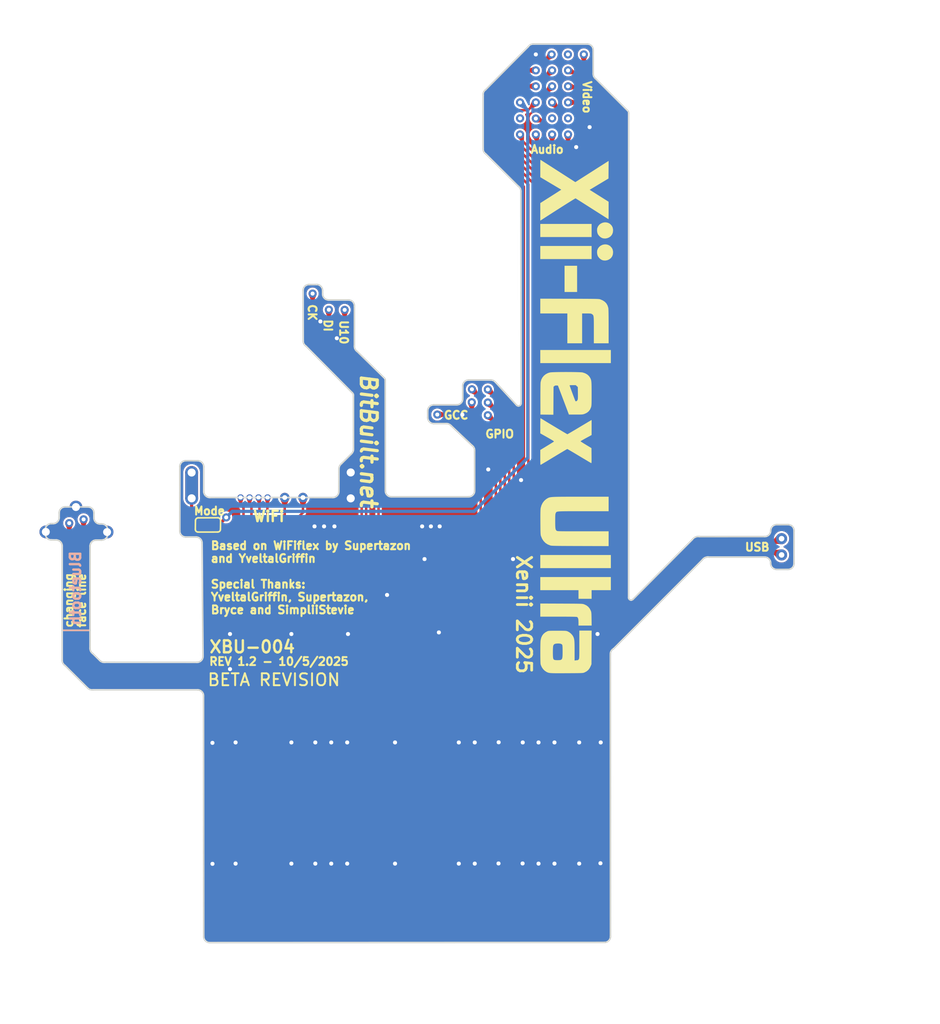
<source format=kicad_pcb>
(kicad_pcb (version 20241229) (generator "pcbnew") (generator_version "9.0")
  (layers (0 "F.Cu" signal) (2 "B.Cu" signal) (13 "F.Paste" user) (15 "B.Paste" user) (5 "F.SilkS" user "F.Silkscreen") (7 "B.SilkS" user "B.Silkscreen") (1 "F.Mask" user) (3 "B.Mask" user) (25 "Edge.Cuts" user))
  (net 0 "")
  (net 1 "Net-(J1-Pin_8)")
  (net 2 "Net-(J1-Pin_7)")
  (net 3 "GND")
  (net 4 "Net-(BT1-Pin_1)")
  (net 5 "Net-(GPIO1-Pin_4)")
  (net 6 "Net-(GCC1-Pin_1)")
  (net 7 "Net-(J1-Pin_12)")
  (net 8 "Net-(J1-Pin_49)")
  (net 9 "Net-(J1-Pin_48)")
  (net 10 "Net-(J1-Pin_15)")
  (net 11 "Net-(J1-Pin_9)")
  (net 12 "Net-(J1-Pin_6)")
  (net 13 "Net-(GPIO1-Pin_1)")
  (net 14 "Net-(J1-Pin_33)")
  (net 15 "Net-(GPIO1-Pin_2)")
  (net 16 "Net-(J1-Pin_13)")
  (net 17 "Net-(GPIO1-Pin_5)")
  (net 18 "Net-(J1-Pin_5)")
  (net 19 "Net-(BT1-Pin_2)")
  (net 20 "Net-(J1-Pin_10)")
  (net 21 "Net-(GPIO1-Pin_3)")
  (net 22 "Net-(J1-Pin_39)")
  (net 23 "Net-(J1-Pin_46)")
  (net 24 "Net-(J1-Pin_38)")
  (net 25 "Net-(J1-Pin_36)")
  (net 26 "Net-(J1-Pin_45)")
  (net 27 "Net-(J1-Pin_41)")
  (net 28 "Net-(J1-Pin_43)")
  (net 29 "Net-(J1-Pin_35)")
  (net 30 "Net-(J1-Pin_30)")
  (net 31 "Net-(J1-Pin_29)")
  (net 32 "Net-(J1-Pin_25)")
  (net 33 "Net-(J1-Pin_27)")
  (net 34 "Net-(J1-Pin_26)")
  (net 35 "Net-(J1-Pin_28)")
  (net 36 "Net-(J1-Pin_31)")
  (net 37 "Net-(JP1-B)")
  (net 38 "+3.3V")
  (footprint "LOGO" (layer "F.Cu") (at 155.184 107.651 -90)
    (property "Reference" "G***" (hide yes))
    (property "Value" "LOGO" (hide yes))
  )
  (footprint "Male-FFC:XF-FFC-50p" (layer "F.Cu") (at 132.29 138.62 180)
    (property "Reference" "J1" (hide yes))
    (property "Value" "Conn_01x50_Pin" (hide yes))
  )
  (footprint "Resistor_SMD:R_0402_1005Metric" (layer "F.Cu") (at 132.075 114.45 180)
    (property "Reference" "JP1" (hide yes))
    (property "Value" "Mode")
  )
  (gr_line (start 122.925 121.072) (end 124.666 121.072) (stroke (width 0.1)) (layer "F.SilkS"))
  (gr_line (start 122.925 121.072) (end 124.666 121.072) (stroke (width 0.1)) (layer "B.SilkS"))
  (gr_arc (start 167.363572 114.815897) (mid 167.476811 114.547851) (end 167.747932 114.442186) (stroke (width 0.1)) (layer "Edge.Cuts"))
  (gr_line (start 125.405 114.396) (end 125.289256 114.395999) (stroke (width 0.1)) (layer "Edge.Cuts"))
  (gr_arc (start 149.326 87.507) (mid 149.355374 87.31829) (end 149.477507 87.171465) (stroke (width 0.1)) (layer "Edge.Cuts"))
  (gr_line (start 147.009211 108.099519) (end 146.22645 108.102296) (stroke (width 0.1)) (layer "Edge.Cuts"))
  (gr_arc (start 138.215082 103.239864) (mid 138.082247 103.089465) (end 138.041566 102.892971) (stroke (width 0.1)) (layer "Edge.Cuts"))
  (gr_line (start 148.619484 109.460107) (end 147.33331 108.246256) (stroke (width 0.1)) (layer "Edge.Cuts"))
  (gr_line (start 143.570731 112.696354) (end 148.410564 112.696) (stroke (width 0.1)) (layer "Edge.Cuts"))
  (gr_arc (start 146.22645 108.100931) (mid 145.962198 107.991472) (end 145.852739 107.72722) (stroke (width 0.1)) (layer "Edge.Cuts"))
  (gr_line (start 123.09822 123.268155) (end 124.530726 124.691801) (stroke (width 0.1)) (layer "Edge.Cuts"))
  (gr_arc (start 147.009211 108.099518) (mid 147.187628 108.136715) (end 147.333289 108.246256) (stroke (width 0.1)) (layer "Edge.Cuts"))
  (gr_line (start 121.869605 114.750711) (end 121.869301 115.022289) (stroke (width 0.1)) (layer "Edge.Cuts"))
  (gr_arc (start 132.183 112.74) (mid 131.913592 112.628408) (end 131.802 112.359) (stroke (width 0.1)) (layer "Edge.Cuts"))
  (gr_line (start 130.678002 115.216) (end 131.326092 115.21564) (stroke (width 0.1)) (layer "Edge.Cuts"))
  (gr_arc (start 167.363572 114.8159) (mid 167.250333 115.083946) (end 166.979212 115.189611) (stroke (width 0.1)) (layer "Edge.Cuts"))
  (gr_arc (start 139.630023 100.351243) (mid 139.362 100.238) (end 139.256312 99.966883) (stroke (width 0.1)) (layer "Edge.Cuts"))
  (gr_line (start 141.197617 109.6985) (end 141.194245 106.358667) (stroke (width 0.1)) (layer "Edge.Cuts"))
  (gr_arc (start 140.282755 110.951) (mid 140.324372 110.76846) (end 140.441 110.622) (stroke (width 0.1)) (layer "Edge.Cuts"))
  (gr_arc (start 148.619484 109.460107) (mid 148.752319 109.610506) (end 148.793 109.807) (stroke (width 0.1)) (layer "Edge.Cuts"))
  (gr_arc (start 125.778711 115.031744) (mid 125.669299 115.296061) (end 125.405 115.405455) (stroke (width 0.1)) (layer "Edge.Cuts"))
  (gr_arc (start 168.823239 116.873954) (mid 168.71 117.142) (end 168.438879 117.247665) (stroke (width 0.1)) (layer "Edge.Cuts"))
  (gr_line (start 166.979212 115.189611) (end 162.895 115.190993) (stroke (width 0.1)) (layer "Edge.Cuts"))
  (gr_arc (start 148.048979 105.74263) (mid 148.162218 105.474584) (end 148.433339 105.368919) (stroke (width 0.1)) (layer "Edge.Cuts"))
  (gr_arc (start 168.440325 114.44152) (mid 168.715833 114.553427) (end 168.8251 114.829994) (stroke (width 0.1)) (layer "Edge.Cuts"))
  (gr_line (start 156.401517 86.499714) (end 158.36294 88.455937) (stroke (width 0.1)) (layer "Edge.Cuts"))
  (gr_line (start 138.041566 102.892971) (end 138.036541 99.758252) (stroke (width 0.1)) (layer "Edge.Cuts"))
  (gr_arc (start 124.542789 113.330851) (mid 124.810812 113.444103) (end 124.9165 113.715211) (stroke (width 0.1)) (layer "Edge.Cuts"))
  (gr_line (start 124.9165 113.715211) (end 124.915545 114.016501) (stroke (width 0.1)) (layer "Edge.Cuts"))
  (gr_line (start 125.778711 114.769711) (end 125.778711 115.031744) (stroke (width 0.1)) (layer "Edge.Cuts"))
  (gr_arc (start 122.737845 114.003289) (mid 122.62839 114.267555) (end 122.364134 114.377) (stroke (width 0.1)) (layer "Edge.Cuts"))
  (gr_line (start 124.845202 122.534155) (end 125.282706 122.96628) (stroke (width 0.1)) (layer "Edge.Cuts"))
  (gr_arc (start 132.175 140.651) (mid 131.912663 140.542337) (end 131.804 140.28) (stroke (width 0.1)) (layer "Edge.Cuts"))
  (gr_line (start 148.79536 112.322289) (end 148.793 109.807) (stroke (width 0.1)) (layer "Edge.Cuts"))
  (gr_line (start 146.225523 106.929069) (end 147.665398 106.927943) (stroke (width 0.1)) (layer "Edge.Cuts"))
  (gr_line (start 145.852186 107.72722) (end 145.851813 107.30278) (stroke (width 0.1)) (layer "Edge.Cuts"))
  (gr_line (start 125.047315 115.407562) (end 125.405 115.409545) (stroke (width 0.1)) (layer "Edge.Cuts"))
  (gr_line (start 158.449224 88.658743) (end 158.446011 119.003113) (stroke (width 0.1)) (layer "Edge.Cuts"))
  (gr_line (start 156.226931 84.687191) (end 156.228 86.153404) (stroke (width 0.1)) (layer "Edge.Cuts"))
  (gr_arc (start 140.877945 100.350647) (mid 141.145996 100.463881) (end 141.251656 100.735007) (stroke (width 0.1)) (layer "Edge.Cuts"))
  (gr_arc (start 141.42441 103.582541) (mid 141.291575 103.432142) (end 141.250894 103.235648) (stroke (width 0.1)) (layer "Edge.Cuts"))
  (gr_arc (start 122.551745 115.399571) (mid 122.816019 115.509008) (end 122.925456 115.773282) (stroke (width 0.1)) (layer "Edge.Cuts"))
  (gr_arc (start 151.706374 106.820594) (mid 151.605 106.987) (end 151.415503 106.941627) (stroke (width 0.1)) (layer "Edge.Cuts"))
  (gr_line (start 122.364134 114.377) (end 122.2433 114.377) (stroke (width 0.1)) (layer "Edge.Cuts"))
  (gr_arc (start 123.098219 123.268155) (mid 122.965384 123.117756) (end 122.924703 122.921262) (stroke (width 0.1)) (layer "Edge.Cuts"))
  (gr_arc (start 143.566 112.69636) (mid 143.297954 112.583121) (end 143.192289 112.312) (stroke (width 0.1)) (layer "Edge.Cuts"))
  (gr_line (start 131.759042 122.702562) (end 131.7 115.600436) (stroke (width 0.1)) (layer "Edge.Cuts"))
  (gr_line (start 124.859679 124.797263) (end 131.418632 124.799027) (stroke (width 0.1)) (layer "Edge.Cuts"))
  (gr_arc (start 130.302504 110.810396) (mid 130.414096 110.540988) (end 130.683504 110.429396) (stroke (width 0.1)) (layer "Edge.Cuts"))
  (gr_line (start 149.477549 87.171465) (end 152.155041 84.470731) (stroke (width 0.1)) (layer "Edge.Cuts"))
  (gr_line (start 168.437996 117.247665) (end 167.746486 117.248331) (stroke (width 0.1)) (layer "Edge.Cuts"))
  (gr_arc (start 167.746486 117.248331) (mid 167.470977 117.136424) (end 167.361711 116.859857) (stroke (width 0.1)) (layer "Edge.Cuts"))
  (gr_arc (start 149.774661 105.367087) (mid 149.953078 105.404284) (end 150.098739 105.513825) (stroke (width 0.1)) (layer "Edge.Cuts"))
  (gr_line (start 139.253692 99.753036) (end 139.256312 99.966883) (stroke (width 0.1)) (layer "Edge.Cuts"))
  (gr_arc (start 122.243011 115.396) (mid 121.97875 115.286546) (end 121.8693 115.022289) (stroke (width 0.1)) (layer "Edge.Cuts"))
  (gr_arc (start 141.108 106.156) (mid 141.178334 106.245757) (end 141.194283 106.358667) (stroke (width 0.1)) (layer "Edge.Cuts"))
  (gr_line (start 150.098739 105.513898) (end 151.415503 106.941677) (stroke (width 0.1)) (layer "Edge.Cuts"))
  (gr_arc (start 131.418632 124.799027) (mid 131.686704 124.91225) (end 131.792343 125.183387) (stroke (width 0.1)) (layer "Edge.Cuts"))
  (gr_line (start 125.611683 123.071738) (end 131.374316 123.076262) (stroke (width 0.1)) (layer "Edge.Cuts"))
  (gr_line (start 122.737841 114.004551) (end 122.7388 113.701989) (stroke (width 0.1)) (layer "Edge.Cuts"))
  (gr_arc (start 131.326289 115.21564) (mid 131.594342 115.328876) (end 131.7 115.6) (stroke (width 0.1)) (layer "Edge.Cuts"))
  (gr_arc (start 156.401516 86.499714) (mid 156.268681 86.349315) (end 156.228 86.152821) (stroke (width 0.1)) (layer "Edge.Cuts"))
  (gr_arc (start 131.420496 110.432604) (mid 131.689904 110.544196) (end 131.801496 110.813604) (stroke (width 0.1)) (layer "Edge.Cuts"))
  (gr_line (start 141.251656 100.736364) (end 141.250894 103.235648) (stroke (width 0.1)) (layer "Edge.Cuts"))
  (gr_line (start 122.551745 115.399572) (end 122.243 115.396) (stroke (width 0.1)) (layer "Edge.Cuts"))
  (gr_arc (start 140.2792 112.361) (mid 140.167608 112.630408) (end 139.8982 112.742) (stroke (width 0.1)) (layer "Edge.Cuts"))
  (gr_arc (start 124.673561 115.781273) (mid 124.783 115.517) (end 125.047272 115.407562) (stroke (width 0.1)) (layer "Edge.Cuts"))
  (gr_arc (start 148.79536 112.322289) (mid 148.682121 112.590335) (end 148.411 112.696) (stroke (width 0.1)) (layer "Edge.Cuts"))
  (gr_arc (start 152.155041 84.470729) (mid 152.310613 84.336107) (end 152.513 84.299179) (stroke (width 0.1)) (layer "Edge.Cuts"))
  (gr_line (start 123.112511 113.328288) (end 124.542789 113.330851) (stroke (width 0.1)) (layer "Edge.Cuts"))
  (gr_line (start 131.802634 110.813604) (end 131.802 112.359) (stroke (width 0.1)) (layer "Edge.Cuts"))
  (gr_line (start 132.175 140.651) (end 156.939 140.641) (stroke (width 0.1)) (layer "Edge.Cuts"))
  (gr_arc (start 131.759042 122.702551) (mid 131.645806 122.970604) (end 131.374682 123.076262) (stroke (width 0.1)) (layer "Edge.Cuts"))
  (gr_line (start 149.326 90.847583) (end 149.326 87.506998) (stroke (width 0.1)) (layer "Edge.Cuts"))
  (gr_line (start 157.31 140.27) (end 157.302001 122.579014) (stroke (width 0.1)) (layer "Edge.Cuts"))
  (gr_arc (start 122.7388 113.701999) (mid 122.848261 113.437765) (end 123.112511 113.328288) (stroke (width 0.1)) (layer "Edge.Cuts"))
  (gr_arc (start 141.197617 109.69846) (mid 141.156 109.881) (end 141.039372 110.02746) (stroke (width 0.1)) (layer "Edge.Cuts"))
  (gr_line (start 131.804 140.28) (end 131.792343 125.183387) (stroke (width 0.1)) (layer "Edge.Cuts"))
  (gr_line (start 162.44656 115.380132) (end 158.731169 119.117717) (stroke (width 0.1)) (layer "Edge.Cuts"))
  (gr_line (start 122.925456 115.773282) (end 122.924703 122.920824) (stroke (width 0.1)) (layer "Edge.Cuts"))
  (gr_arc (start 163.05556 116.662982) (mid 163.252104 116.502795) (end 163.504 116.473852) (stroke (width 0.1)) (layer "Edge.Cuts"))
  (gr_arc (start 121.869604 114.750711) (mid 121.979055 114.486448) (end 122.243315 114.377) (stroke (width 0.1)) (layer "Edge.Cuts"))
  (gr_line (start 140.44099 110.622) (end 141.039372 110.027495) (stroke (width 0.1)) (layer "Edge.Cuts"))
  (gr_arc (start 148.049758 106.554232) (mid 147.936519 106.822278) (end 147.665398 106.927943) (stroke (width 0.1)) (layer "Edge.Cuts"))
  (gr_arc (start 157.31 140.27) (mid 157.201337 140.532337) (end 156.939 140.641) (stroke (width 0.1)) (layer "Edge.Cuts"))
  (gr_arc (start 130.678002 115.216) (mid 130.409954 115.102762) (end 130.304291 114.83164) (stroke (width 0.1)) (layer "Edge.Cuts"))
  (gr_line (start 130.306921 110.810396) (end 130.304307 114.829449) (stroke (width 0.1)) (layer "Edge.Cuts"))
  (gr_arc (start 166.988 116.472999) (mid 167.256046 116.586238) (end 167.361711 116.857359) (stroke (width 0.1)) (layer "Edge.Cuts"))
  (gr_line (start 151.706374 106.820594) (end 151.694 93.549417) (stroke (width 0.1)) (layer "Edge.Cuts"))
  (gr_line (start 163.05556 116.662984) (end 157.508265 122.21544) (stroke (width 0.1)) (layer "Edge.Cuts"))
  (gr_arc (start 151.520484 93.203107) (mid 151.653319 93.353506) (end 151.694 93.55) (stroke (width 0.1)) (layer "Edge.Cuts"))
  (gr_line (start 148.433339 105.368913) (end 149.774661 105.367087) (stroke (width 0.1)) (layer "Edge.Cuts"))
  (gr_line (start 139.6301 100.351243) (end 140.877945 100.350647) (stroke (width 0.1)) (layer "Edge.Cuts"))
  (gr_line (start 152.513 84.299179) (end 155.853289 84.29964) (stroke (width 0.1)) (layer "Edge.Cuts"))
  (gr_line (start 140.282755 110.951) (end 140.2792 112.361) (stroke (width 0.1)) (layer "Edge.Cuts"))
  (gr_arc (start 157.302 122.579) (mid 157.353993 122.368223) (end 157.508225 122.21544) (stroke (width 0.1)) (layer "Edge.Cuts"))
  (gr_line (start 132.183 112.74) (end 139.8982 112.742) (stroke (width 0.1)) (layer "Edge.Cuts"))
  (gr_arc (start 124.859685 124.797263) (mid 124.682824 124.783155) (end 124.530726 124.691805) (stroke (width 0.1)) (layer "Edge.Cuts"))
  (gr_line (start 141.424411 103.582541) (end 143.097953 105.219243) (stroke (width 0.1)) (layer "Edge.Cuts"))
  (gr_line (start 148.049758 106.554194) (end 148.050263 105.74263) (stroke (width 0.1)) (layer "Edge.Cuts"))
  (gr_arc (start 124.8452 122.534155) (mid 124.712365 122.383756) (end 124.671684 122.187262) (stroke (width 0.1)) (layer "Edge.Cuts"))
  (gr_arc (start 138.036541 99.758252) (mid 138.146 99.494) (end 138.410252 99.384541) (stroke (width 0.1)) (layer "Edge.Cuts"))
  (gr_arc (start 125.611684 123.071738) (mid 125.434823 123.05763) (end 125.282725 122.96628) (stroke (width 0.1)) (layer "Edge.Cuts"))
  (gr_line (start 151.520482 93.203107) (end 149.499518 91.193893) (stroke (width 0.1)) (layer "Edge.Cuts"))
  (gr_line (start 131.420496 110.432604) (end 130.683504 110.429396) (stroke (width 0.1)) (layer "Edge.Cuts"))
  (gr_line (start 138.410252 99.386893) (end 138.879981 99.383808) (stroke (width 0.1)) (layer "Edge.Cuts"))
  (gr_arc (start 138.879981 99.381696) (mid 139.144262 99.491126) (end 139.253692 99.755407) (stroke (width 0.1)) (layer "Edge.Cuts"))
  (gr_arc (start 145.851812 107.30278) (mid 145.961242 107.038499) (end 146.225523 106.929069) (stroke (width 0.1)) (layer "Edge.Cuts"))
  (gr_line (start 168.8251 114.831843) (end 168.823239 116.873987) (stroke (width 0.1)) (layer "Edge.Cuts"))
  (gr_arc (start 162.44656 115.38013) (mid 162.643104 115.219943) (end 162.895 115.191) (stroke (width 0.1)) (layer "Edge.Cuts"))
  (gr_arc (start 125.405 114.396) (mid 125.669236 114.505464) (end 125.778711 114.769711) (stroke (width 0.1)) (layer "Edge.Cuts"))
  (gr_line (start 167.74841 114.442186) (end 168.440325 114.441521) (stroke (width 0.1)) (layer "Edge.Cuts"))
  (gr_arc (start 158.729225 119.117717) (mid 158.547206 119.164278) (end 158.446 119.006) (stroke (width 0.1)) (layer "Edge.Cuts"))
  (gr_arc (start 155.853289 84.29964) (mid 156.121342 84.412876) (end 156.227 84.684) (stroke (width 0.1)) (layer "Edge.Cuts"))
  (gr_line (start 143.184266 105.42191) (end 143.192289 112.312) (stroke (width 0.1)) (layer "Edge.Cuts"))
  (gr_arc (start 158.362941 88.455937) (mid 158.433277 88.545695) (end 158.449224 88.658604) (stroke (width 0.1)) (layer "Edge.Cuts"))
  (gr_arc (start 143.097955 105.219243) (mid 143.168289 105.309) (end 143.184238 105.42191) (stroke (width 0.1)) (layer "Edge.Cuts"))
  (gr_arc (start 125.289256 114.396) (mid 125.025529 114.28712) (end 124.915545 114.023869) (stroke (width 0.1)) (layer "Edge.Cuts"))
  (gr_arc (start 149.499516 91.193893) (mid 149.366681 91.043494) (end 149.326 90.847) (stroke (width 0.1)) (layer "Edge.Cuts"))
  (gr_line (start 166.988 116.473) (end 163.504 116.473866) (stroke (width 0.1)) (layer "Edge.Cuts"))
  (gr_line (start 141.108 106.156) (end 138.215083 103.239864) (stroke (width 0.1)) (layer "Edge.Cuts"))
  (gr_line (start 124.673561 115.781273) (end 124.671684 122.186966) (stroke (width 0.1)) (layer "Edge.Cuts"))
  (gr_text "WiFi" (at 134.826 114.305 0) (layer "F.SilkS") (effects (font (size 0.65 0.65) (thickness 0.15) (bold yes)) (justify left bottom)))
  (gr_text "GPIO" (at 149.4 109.05 0) (layer "F.SilkS") (effects (font (size 0.5 0.5) (thickness 0.125) (bold yes)) (justify left bottom)))
  (gr_text "DI" (at 139.3 101.506 -90) (layer "F.SilkS") (effects (font (size 0.5 0.5) (thickness 0.125) (bold yes)) (justify left bottom)))
  (gr_text "Xenii 2025" (at 151.35 116.25 -90) (layer "F.SilkS") (effects (font (size 0.9 0.9) (thickness 0.175) (bold yes)) (justify left bottom)))
  (gr_text "Video" (at 155.55 86.55 -90) (layer "F.SilkS") (effects (font (size 0.5 0.5) (thickness 0.125) (bold yes)) (justify left bottom)))
  (gr_text "GCC" (at 146.799 107.869 0) (layer "F.SilkS") (effects (font (size 0.5 0.5) (thickness 0.125) (bold yes)) (justify left bottom)))
  (gr_text "REV 1.2 - 10/5/2025" (at 132.085 123.314 0) (layer "F.SilkS") (effects (font (size 0.5 0.5) (thickness 0.12) (bold yes)) (justify left bottom)))
  (gr_text "changing \nface line" (at 124.44 120.954 90) (layer "F.SilkS") (effects (font (size 0.5 0.5) (thickness 0.125) (bold yes)) (justify left bottom)))
  (gr_text "CK" (at 138.313 100.554 -90) (layer "F.SilkS") (effects (font (size 0.5 0.5) (thickness 0.125) (bold yes)) (justify left bottom)))
  (gr_text "XBU-004" (at 132.085 122.545 0) (layer "F.SilkS") (effects (font (size 0.75 0.75) (thickness 0.15) (bold yes)) (justify left bottom)))
  (gr_text "Based on WiFiflex by Supertazon\nand YveltalGriffin\n\nSpecial Thanks:\nYveltalGriffin, Supertazon,\nBryce and SimpliiStevie" (at 132.185 120.075 0) (layer "F.SilkS") (effects (font (size 0.5 0.5) (thickness 0.125) (bold yes)) (justify left bottom)))
  (gr_text "U10" (at 140.29 101.556 -90) (layer "F.SilkS") (effects (font (size 0.5 0.5) (thickness 0.125) (bold yes)) (justify left bottom)))
  (gr_text "USB" (at 165.683 116.146 0) (layer "F.SilkS") (effects (font (size 0.5 0.5) (thickness 0.125) (bold yes)) (justify left bottom)))
  (gr_text "Audio" (at 152.25 91.2 0) (layer "F.SilkS") (effects (font (size 0.5 0.5) (thickness 0.125) (bold yes)) (justify left bottom)))
  (gr_text "BitBuilt.net" (at 141.553 104.884 270) (layer "F.SilkS") (effects (font (size 1 1) (thickness 0.2) (bold yes) (italic yes)) (justify left bottom)))
  (gr_text "Mode" (at 131.125 113.875 0) (layer "F.SilkS") (effects (font (size 0.5 0.5) (thickness 0.125) (bold yes)) (justify left bottom)))
  (gr_text "BETA REVISION" (at 131.98 124.61 0) (layer "F.SilkS") (effects (font (size 0.75 0.75) (thickness 0.12)) (justify left bottom)))
  (gr_text "Bluetooth" (at 124.142 116.015 90) (layer "B.SilkS") (effects (font (size 0.65 0.65) (thickness 0.15) (bold yes)) (justify left bottom mirror)))
  (segment (start 153.651 88.958) (end 153.651 89.076) (width 0.1524) (layer "F.Cu") (net 0))
  (via (at 154.651 88.958) (size 0.508) (drill 0.254253) (layers "F.Cu" "B.Cu") (net 0))
  (via (at 154.64329 84.94871) (size 0.508) (drill 0.254253) (layers "F.Cu" "B.Cu") (net 0))
  (via (at 151.641 88.958) (size 0.508) (drill 0.254253) (layers "F.Cu" "B.Cu") (net 0))
  (via (at 153.651 88.958) (size 0.508) (drill 0.254253) (layers "F.Cu" "B.Cu") (net 0))
  (segment (start 135.796 140) (end 135.796 112.748) (width 0.1524) (layer "F.Cu") (net 1))
  (segment (start 135.796 112.748) (end 135.806 112.738) (width 0.1524) (layer "F.Cu") (net 1))
  (via (at 135.806 112.738) (size 0.4) (drill 0.254253) (layers "F.Cu" "B.Cu") (net 1))
  (segment (start 135.296 140) (end 135.296 112.796) (width 0.1524) (layer "F.Cu") (net 2))
  (segment (start 135.296 112.796) (end 135.238 112.738) (width 0.1524) (layer "F.Cu") (net 2))
  (segment (start 135.272 138.976) (end 135.296 139) (width 0.1524) (layer "F.Cu") (net 2))
  (via (at 135.238 112.738) (size 0.4) (drill 0.254253) (layers "F.Cu" "B.Cu") (net 2))
  (segment (start 156.3676 89.8746) (end 156.003 89.51) (width 0.1524) (layer "F.Cu") (net 3))
  (segment (start 154.1918 87.139793) (end 154.460207 87.4082) (width 0.1524) (layer "F.Cu") (net 3))
  (segment (start 154.6852 92.07697) (end 154.6852 117.501886) (width 0.1524) (layer "F.Cu") (net 3))
  (segment (start 152.440207 89.511761) (end 152.819793 89.511761) (width 0.1524) (layer "F.Cu") (net 3))
  (segment (start 152.796 122.563454) (end 152.796 140) (width 0.1524) (layer "F.Cu") (net 3))
  (segment (start 154.460207 86.4918) (end 154.1918 86.760207) (width 0.1524) (layer "F.Cu") (net 3))
  (segment (start 155.5264 91.1274) (end 155.5264 117.850324) (width 0.1524) (layer "F.Cu") (net 3))
  (segment (start 154.1236 92.308462) (end 152.1718 90.356662) (width 0.1524) (layer "F.Cu") (net 3))
  (segment (start 147.796 123.585454) (end 154.1236 117.257854) (width 0.1524) (layer "F.Cu") (net 3))
  (segment (start 152.1718 90.356662) (end 152.1718 89.780168) (width 0.1524) (layer "F.Cu") (net 3))
  (segment (start 156.3676 118.198762) (end 151.796 122.770362) (width 0.1524) (layer "F.Cu") (net 3))
  (segment (start 155.162 90.763) (end 155.5264 91.1274) (width 0.1524) (layer "F.Cu") (net 3))
  (segment (start 155.5264 117.850324) (end 150.296 123.080724) (width 0.1524) (layer "F.Cu") (net 3))
  (segment (start 153.0882 89.780168) (end 153.0882 90.47997) (width 0.1524) (layer "F.Cu") (net 3))
  (segment (start 152.1718 89.780168) (end 152.440207 89.511761) (width 0.1524) (layer "F.Cu") (net 3))
  (segment (start 151.796 139.14) (end 151.796 122.770362) (width 0.1524) (layer "F.Cu") (net 3))
  (segment (start 153.796 122.358908) (end 157.4892 118.665708) (width 0.1524) (layer "F.Cu") (net 3))
  (segment (start 156.9284 118.431054) (end 152.796 122.563454) (width 0.1524) (layer "F.Cu") (net 3))
  (segment (start 154.1236 117.257854) (end 154.1236 92.308462) (width 0.1524) (layer "F.Cu") (net 3))
  (segment (start 147.796 140) (end 147.796 123.585454) (width 0.1524) (layer "F.Cu") (net 3))
  (segment (start 154.6852 117.501886) (end 148.796 123.391086) (width 0.1524) (layer "F.Cu") (net 3))
  (segment (start 153.0882 90.47997) (end 154.6852 92.07697) (width 0.1524) (layer "F.Cu") (net 3))
  (segment (start 150.296 123.080724) (end 150.296 140) (width 0.1524) (layer "F.Cu") (net 3))
  (segment (start 141.02 111.1676) (end 141.02 112.7932) (width 0.8) (layer "F.Cu") (net 3))
  (segment (start 155.148454 87.408) (end 156.9284 89.187946) (width 0.1524) (layer "F.Cu") (net 3))
  (segment (start 154.1918 86.760207) (end 154.1918 87.139793) (width 0.1524) (layer "F.Cu") (net 3))
  (segment (start 157.4892 118.665708) (end 157.4892 88.955655) (width 0.1524) (layer "F.Cu") (net 3))
  (segment (start 156.3676 89.8746) (end 156.3676 118.198762) (width 0.1524) (layer "F.Cu") (net 3))
  (segment (start 148.796 123.391086) (end 148.796 140) (width 0.1524) (layer "F.Cu") (net 3))
  (segment (start 153.796 140) (end 153.796 122.358908) (width 0.1524) (layer "F.Cu") (net 3))
  (segment (start 154.777 87.408) (end 155.148454 87.408) (width 0.1524) (layer "F.Cu") (net 3))
  (segment (start 152.819793 89.511761) (end 153.0882 89.780168) (width 0.1524) (layer "F.Cu") (net 3))
  (segment (start 155.025345 86.4918) (end 154.460207 86.4918) (width 0.1524) (layer "F.Cu") (net 3))
  (segment (start 154.460207 87.4082) (end 154.7768 87.4082) (width 0.1524) (layer "F.Cu") (net 3))
  (segment (start 157.4892 88.955655) (end 155.025345 86.4918) (width 0.1524) (layer "F.Cu") (net 3))
  (segment (start 156.9284 89.187946) (end 156.9284 118.431054) (width 0.1524) (layer "F.Cu") (net 3))
  (via (at 152.63 84.949961) (size 0.508) (drill 0.254253) (layers "F.Cu" "B.Cu") (net 3))
  (via (at 147.8 128.1) (size 0.508) (drill 0.254253) (layers "F.Cu" "B.Cu") (net 3))
  (via (at 121.897962 114.893932) (size 0.8) (drill 0.5) (layers "F.Cu" "B.Cu") (net 3))
  (via (at 143.8 128.1) (size 0.508) (drill 0.254253) (layers "F.Cu" "B.Cu") (net 3))
  (via (at 133.45 123.5) (size 0.508) (drill 0.254253) (layers "F.Cu" "B.Cu") (net 3))
  (via (at 156.7 128.1) (size 0.508) (drill 0.254253) (layers "F.Cu" "B.Cu") (net 3))
  (via (at 153.8 128.1) (size 0.508) (drill 0.254253) (layers "F.Cu" "B.Cu") (net 3))
  (via (at 140.8 135.7) (size 0.508) (drill 0.254253) (layers "F.Cu" "B.Cu") (net 3))
  (via (at 148.8 135.7) (size 0.508) (drill 0.254253) (layers "F.Cu" "B.Cu") (net 3))
  (via (at 146.55 121.2) (size 0.508) (drill 0.254253) (layers "F.Cu" "B.Cu") (net 3))
  (via (at 149.646 110.979) (size 0.508) (drill 0.254253) (layers "F.Cu" "B.Cu") (net 3))
  (via (at 123.787015 113.336012) (size 0.8) (drill 0.5) (layers "F.Cu" "B.Cu") (net 3))
  (via (at 146.05 114.55) (size 0.508) (drill 0.254253) (layers "F.Cu" "B.Cu") (net 3))
  (via (at 133.8 135.7) (size 0.508) (drill 0.254253) (layers "F.Cu" "B.Cu") (net 3))
  (via (at 137.3 135.7) (size 0.508) (drill 0.254253) (layers "F.Cu" "B.Cu") (net 3))
  (via (at 146.6 114.55) (size 0.508) (drill 0.254253) (layers "F.Cu" "B.Cu") (net 3))
  (via (at 152.8 135.7) (size 0.508) (drill 0.254253) (layers "F.Cu" "B.Cu") (net 3))
  (via (at 133.8 128.1) (size 0.508) (drill 0.254253) (layers "F.Cu" "B.Cu") (net 3))
  (via (at 156.003 89.51) (size 0.508) (drill 0.254253) (layers "F.Cu" "B.Cu") (net 3))
  (via (at 152.8 128.1) (size 0.508) (drill 0.254253) (layers "F.Cu" "B.Cu") (net 3))
  (via (at 125.742 114.905) (size 0.8) (drill 0.5) (layers "F.Cu" "B.Cu") (net 3))
  (via (at 155.162 90.763) (size 0.508) (drill 0.254253) (layers "F.Cu" "B.Cu") (net 3))
  (via (at 137.3 128.1) (size 0.508) (drill 0.254253) (layers "F.Cu" "B.Cu") (net 3))
  (via (at 141.0208 111.1672) (size 0.8) (drill 0.508) (layers "F.Cu" "B.Cu") (net 3))
  (via (at 150.3 128.09) (size 0.508) (drill 0.254253) (layers "F.Cu" "B.Cu") (net 3))
  (via (at 138.75 114.55) (size 0.508) (drill 0.254253) (layers "F.Cu" "B.Cu") (net 3))
  (via (at 148.8 128.1) (size 0.508) (drill 0.254253) (layers "F.Cu" "B.Cu") (net 3))
  (via (at 141.0208 112.7928) (size 0.8) (drill 0.508) (layers "F.Cu" "B.Cu") (net 3))
  (via (at 139.8 128.1) (size 0.508) (drill 0.254253) (layers "F.Cu" "B.Cu") (net 3))
  (via (at 151.8 135.69) (size 0.508) (drill 0.254253) (layers "F.Cu" "B.Cu") (net 3))
  (via (at 140 114.55) (size 0.508) (drill 0.254253) (layers "F.Cu" "B.Cu") (net 3))
  (via (at 151.2 116.6) (size 0.508) (drill 0.254253) (layers "F.Cu" "B.Cu") (net 3))
  (via (at 147.8 135.7) (size 0.508) (drill 0.254253) (layers "F.Cu" "B.Cu") (net 3))
  (via (at 132.351 135.714) (size 0.508) (drill 0.254253) (layers "F.Cu" "B.Cu") (net 3))
  (via (at 139.35 114.55) (size 0.508) (drill 0.254253) (layers "F.Cu" "B.Cu") (net 3))
  (via (at 145.5 114.55) (size 0.508) (drill 0.254253) (layers "F.Cu" "B.Cu") (net 3))
  (via (at 139.119 101.696) (size 0.508) (drill 0.254253) (layers "F.Cu" "B.Cu") (net 3))
  (via (at 143.8 135.7) (size 0.508) (drill 0.254253) (layers "F.Cu" "B.Cu") (net 3))
  (via (at 145.65 116.6) (size 0.508) (drill 0.254253) (layers "F.Cu" "B.Cu") (net 3))
  (via (at 137.3 121.3) (size 0.508) (drill 0.254253) (layers "F.Cu" "B.Cu") (net 3))
  (via (at 138.8 128.1) (size 0.508) (drill 0.254253) (layers "F.Cu" "B.Cu") (net 3))
  (via (at 148.023 107.544) (size 0.508) (drill 0.254253) (layers "F.Cu" "B.Cu") (net 3))
  (via (at 140.8 128.1) (size 0.508) (drill 0.254253) (layers "F.Cu" "B.Cu") (net 3))
  (via (at 133.45 121.3) (size 0.508) (drill 0.254253) (layers "F.Cu" "B.Cu") (net 3))
  (via (at 155.35 128.1) (size 0.508) (drill 0.254253) (layers "F.Cu" "B.Cu") (net 3))
  (via (at 155.35 135.7) (size 0.508) (drill 0.254253) (layers "F.Cu" "B.Cu") (net 3))
  (via (at 140.15 102.75) (size 0.508) (drill 0.254253) (layers "F.Cu" "B.Cu") (net 3))
  (via (at 143.3 118.85) (size 0.508) (drill 0.254253) (layers "F.Cu" "B.Cu") (net 3))
  (via (at 150.29 135.69) (size 0.508) (drill 0.254253) (layers "F.Cu" "B.Cu") (net 3))
  (via (at 151.81 128.1) (size 0.508) (drill 0.254253) (layers "F.Cu" "B.Cu") (net 3))
  (via (at 156.683 135.677) (size 0.508) (drill 0.254253) (layers "F.Cu" "B.Cu") (net 3))
  (via (at 156.5 121.3) (size 0.508) (drill 0.254253) (layers "F.Cu" "B.Cu") (net 3))
  (via (at 140.85 121.3) (size 0.508) (drill 0.254253) (layers "F.Cu" "B.Cu") (net 3))
  (via (at 151.7036 111.646) (size 0.508) (drill 0.254253) (layers "F.Cu" "B.Cu") (net 3))
  (via (at 138.8 135.7) (size 0.508) (drill 0.254253) (layers "F.Cu" "B.Cu") (net 3))
  (via (at 153.8 135.7) (size 0.508) (drill 0.254253) (layers "F.Cu" "B.Cu") (net 3))
  (via (at 139.8 135.7) (size 0.508) (drill 0.254253) (layers "F.Cu" "B.Cu") (net 3))
  (via (at 132.349 128.126) (size 0.508) (drill 0.254253) (layers "F.Cu" "B.Cu") (net 3))
  (segment (start 141.02 111.1676) (end 141.02 112.7932) (width 0.8) (layer "B.Cu") (net 3))
  (segment (start 132.796 135.994) (end 132.914 135.876) (width 0.1524) (layer "F.Cu") (net 4))
  (segment (start 132.914 135.876) (end 132.914 124.936546) (width 0.1524) (layer "F.Cu") (net 4))
  (segment (start 125.008108 124.0624) (end 123.656 122.710291) (width 0.1524) (layer "F.Cu") (net 4))
  (segment (start 123.367015 114.989012) (end 123.367015 114.345012) (width 0.1524) (layer "F.Cu") (net 4))
  (segment (start 123.656 115.277997) (end 123.367015 114.989012) (width 0.1524) (layer "F.Cu") (net 4))
  (segment (start 123.656 122.710291) (end 123.656 115.277997) (width 0.1524) (layer "F.Cu") (net 4))
  (segment (start 132.914 124.936546) (end 132.039854 124.0624) (width 0.1524) (layer "F.Cu") (net 4))
  (segment (start 132.796 139) (end 132.796 135.994) (width 0.1524) (layer "F.Cu") (net 4))
  (segment (start 132.039854 124.0624) (end 125.008108 124.0624) (width 0.1524) (layer "F.Cu") (net 4))
  (via (at 123.367015 114.345012) (size 0.508) (drill 0.254253) (layers "F.Cu" "B.Cu") (net 4))
  (segment (start 150.9636 108.1236) (end 149.62 106.78) (width 0.1524) (layer "F.Cu") (net 5))
  (segment (start 150.9636 115.515852) (end 150.9636 108.1236) (width 0.1524) (layer "F.Cu") (net 5))
  (segment (start 142.796 140) (end 142.796 123.683454) (width 0.1524) (layer "F.Cu") (net 5))
  (segment (start 142.796 123.683454) (end 150.9636 115.515852) (width 0.1524) (layer "F.Cu") (net 5))
  (via (at 149.62 106.78) (size 0.508) (drill 0.254253) (layers "F.Cu" "B.Cu") (net 5))
  (segment (start 149.172707 109.441436) (end 149.003013 109.271742) (width 0.1524) (layer "F.Cu") (net 6))
  (segment (start 140.296 140) (end 140.296 123.807) (width 0.1524) (layer "F.Cu") (net 6))
  (segment (start 147.2122 107.5372) (end 146.4502 107.5372) (width 0.1524) (layer "F.Cu") (net 6))
  (segment (start 149.003013 109.271742) (end 148.829411 109.13957) (width 0.1524) (layer "F.Cu") (net 6))
  (segment (start 148.565471 108.890471) (end 147.2122 107.5372) (width 0.1524) (layer "F.Cu") (net 6))
  (segment (start 149.172707 114.930293) (end 149.172707 109.441436) (width 0.1524) (layer "F.Cu") (net 6))
  (segment (start 148.829411 109.13957) (end 148.565471 108.890471) (width 0.1524) (layer "F.Cu") (net 6))
  (segment (start 140.296 123.807) (end 149.172707 114.930293) (width 0.1524) (layer "F.Cu") (net 6))
  (via (at 146.4502 107.5372) (size 0.508) (drill 0.254253) (layers "F.Cu" "B.Cu") (net 6))
  (segment (start 138.63 102.883) (end 138.63 99.95) (width 0.1524) (layer "F.Cu") (net 7))
  (segment (start 137.796 140) (end 137.796 120.845) (width 0.1524) (layer "F.Cu") (net 7))
  (segment (start 141.7086 116.9324) (end 141.7086 105.9616) (width 0.1524) (layer "F.Cu") (net 7))
  (segment (start 141.7086 105.9616) (end 138.63 102.883) (width 0.1524) (layer "F.Cu") (net 7))
  (segment (start 137.796 120.845) (end 141.7086 116.9324) (width 0.1524) (layer "F.Cu") (net 7))
  (via (at 138.63 99.95) (size 0.508) (drill 0.254253) (layers "F.Cu" "B.Cu") (net 7))
  (segment (start 167.455 116.098) (end 167.801301 116.098) (width 0.1524) (layer "F.Cu") (net 8))
  (segment (start 167.801301 116.098) (end 168.043301 116.34) (width 0.1524) (layer "F.Cu") (net 8))
  (segment (start 156.292 138.996) (end 156.296 139) (width 0.1524) (layer "F.Cu") (net 8))
  (segment (start 156.1884 122.797146) (end 163.010546 115.975) (width 0.1524) (layer "F.Cu") (net 8))
  (segment (start 156.296 139) (end 156.296 135.956) (width 0.1524) (layer "F.Cu") (net 8))
  (segment (start 156.296 135.956) (end 156.1884 135.8484) (width 0.1524) (layer "F.Cu") (net 8))
  (segment (start 156.1884 135.8484) (end 156.1884 122.797146) (width 0.1524) (layer "F.Cu") (net 8))
  (segment (start 163.010546 115.975) (end 167.332 115.975) (width 0.1524) (layer "F.Cu") (net 8))
  (segment (start 167.332 115.975) (end 167.455 116.098) (width 0.1524) (layer "F.Cu") (net 8))
  (via (at 168.043301 116.34) (size 0.7) (drill 0.35) (layers "F.Cu" "B.Cu") (net 8))
  (segment (start 162.894401 115.6946) (end 167.3414 115.6946) (width 0.1524) (layer "F.Cu") (net 9))
  (segment (start 155.796 135.954) (end 155.908 135.842) (width 0.1524) (layer "F.Cu") (net 9))
  (segment (start 167.803301 115.56) (end 168.043301 115.32) (width 0.1524) (layer "F.Cu") (net 9))
  (segment (start 155.796 139) (end 155.796 135.954) (width 0.1524) (layer "F.Cu") (net 9))
  (segment (start 155.908 135.842) (end 155.908 122.681) (width 0.1524) (layer "F.Cu") (net 9))
  (segment (start 155.908 122.681) (end 162.894401 115.6946) (width 0.1524) (layer "F.Cu") (net 9))
  (segment (start 167.476 115.56) (end 167.803301 115.56) (width 0.1524) (layer "F.Cu") (net 9))
  (segment (start 167.3414 115.6946) (end 167.476 115.56) (width 0.1524) (layer "F.Cu") (net 9))
  (via (at 168.043301 115.32) (size 0.7) (drill 0.35) (layers "F.Cu" "B.Cu") (net 9))
  (segment (start 142.766 105.561) (end 142.766 117.275) (width 0.1524) (layer "F.Cu") (net 10))
  (segment (start 139.296 120.745) (end 139.296 140) (width 0.1524) (layer "F.Cu") (net 10))
  (segment (start 142.766 117.275) (end 139.296 120.745) (width 0.1524) (layer "F.Cu") (net 10))
  (segment (start 140.64 100.97) (end 140.64 103.435) (width 0.1524) (layer "F.Cu") (net 10))
  (segment (start 140.64 103.435) (end 142.766 105.561) (width 0.1524) (layer "F.Cu") (net 10))
  (via (at 140.64 100.97) (size 0.508) (drill 0.254253) (layers "F.Cu" "B.Cu") (net 10))
  (segment (start 136.8822 112.742) (end 136.8822 113.8158) (width 0.1524) (layer "F.Cu") (net 11))
  (segment (start 136.8822 113.8158) (end 136.296 114.402) (width 0.1524) (layer "F.Cu") (net 11))
  (segment (start 136.296 114.402) (end 136.296 140) (width 0.1524) (layer "F.Cu") (net 11))
  (via (at 136.8822 112.742) (size 0.6) (drill 0.3) (layers "F.Cu" "B.Cu") (net 11))
  (segment (start 134.796 140) (end 134.796 113.267) (width 0.1524) (layer "F.Cu") (net 12))
  (segment (start 134.676 113.147) (end 134.676 112.738) (width 0.1524) (layer "F.Cu") (net 12))
  (segment (start 134.796 113.267) (end 134.676 113.147) (width 0.1524) (layer "F.Cu") (net 12))
  (via (at 134.676 112.738) (size 0.4) (drill 0.254253) (layers "F.Cu" "B.Cu") (net 12))
  (segment (start 150.1224 115.167416) (end 141.296 123.993816) (width 0.1524) (layer "F.Cu") (net 13))
  (segment (start 141.296 123.993816) (end 141.296 140) (width 0.1524) (layer "F.Cu") (net 13))
  (segment (start 148.613 106.764) (end 148.613 107.617539) (width 0.1524) (layer "F.Cu") (net 13))
  (segment (start 148.613 107.617539) (end 150.1224 109.126939) (width 0.1524) (layer "F.Cu") (net 13))
  (segment (start 150.1224 109.126939) (end 150.1224 115.167416) (width 0.1524) (layer "F.Cu") (net 13))
  (via (at 148.613 106.764) (size 0.508) (drill 0.254253) (layers "F.Cu" "B.Cu") (net 13))
  (segment (start 154.404 92.192316) (end 152.716 90.504316) (width 0.1524) (layer "F.Cu") (net 14))
  (segment (start 154.404 117.374) (end 154.404 92.192316) (width 0.1524) (layer "F.Cu") (net 14))
  (segment (start 152.63 90.165) (end 152.63 89.969961) (width 0.1524) (layer "F.Cu") (net 14))
  (segment (start 152.716 90.504316) (end 152.716 90.251) (width 0.1524) (layer "F.Cu") (net 14))
  (segment (start 148.296 123.482) (end 154.404 117.374) (width 0.1524) (layer "F.Cu") (net 14))
  (segment (start 148.296 140) (end 148.296 123.482) (width 0.1524) (layer "F.Cu") (net 14))
  (segment (start 152.716 90.251) (end 152.63 90.165) (width 0.1524) (layer "F.Cu") (net 14))
  (via (at 152.63 89.969961) (size 0.508) (drill 0.254253) (layers "F.Cu" "B.Cu") (net 14))
  (segment (start 149.13 107.737993) (end 149.13 106.458) (width 0.1524) (layer "F.Cu") (net 15))
  (segment (start 150.4028 109.010793) (end 149.13 107.737993) (width 0.1524) (layer "F.Cu") (net 15))
  (segment (start 141.796 123.890362) (end 150.4028 115.283561) (width 0.1524) (layer "F.Cu") (net 15))
  (segment (start 141.796 140) (end 141.796 123.890362) (width 0.1524) (layer "F.Cu") (net 15))
  (segment (start 149.13 106.458) (end 148.623 105.951) (width 0.1524) (layer "F.Cu") (net 15))
  (segment (start 150.4028 115.283561) (end 150.4028 109.010793) (width 0.1524) (layer "F.Cu") (net 15))
  (via (at 148.623 105.951) (size 0.508) (drill 0.254253) (layers "F.Cu" "B.Cu") (net 15))
  (segment (start 141.989 117.048546) (end 141.989 105.845454) (width 0.1524) (layer "F.Cu") (net 16))
  (segment (start 141.989 105.845454) (end 139.65 103.506454) (width 0.1524) (layer "F.Cu") (net 16))
  (segment (start 138.296 120.741546) (end 141.989 117.048546) (width 0.1524) (layer "F.Cu") (net 16))
  (segment (start 138.296 140) (end 138.296 120.741546) (width 0.1524) (layer "F.Cu") (net 16))
  (segment (start 139.65 103.506454) (end 139.65 100.96) (width 0.1524) (layer "F.Cu") (net 16))
  (via (at 139.65 100.96) (size 0.508) (drill 0.254253) (layers "F.Cu" "B.Cu") (net 16))
  (segment (start 143.296 140) (end 143.296 123.58) (width 0.1524) (layer "F.Cu") (net 17))
  (segment (start 151.244 115.631997) (end 151.244 107.584) (width 0.1524) (layer "F.Cu") (net 17))
  (segment (start 143.296 123.58) (end 151.244 115.631997) (width 0.1524) (layer "F.Cu") (net 17))
  (segment (start 151.244 107.584) (end 149.62 105.96) (width 0.1524) (layer "F.Cu") (net 17))
  (via (at 149.62 105.96) (size 0.508) (drill 0.254253) (layers "F.Cu" "B.Cu") (net 17))
  (segment (start 134.113 113.2) (end 134.113 112.738) (width 0.1524) (layer "F.Cu") (net 18))
  (segment (start 134.296 140) (end 134.296 113.383) (width 0.1524) (layer "F.Cu") (net 18))
  (segment (start 134.296 113.383) (end 134.113 113.2) (width 0.1524) (layer "F.Cu") (net 18))
  (via (at 134.113 112.738) (size 0.4) (drill 0.254253) (layers "F.Cu" "B.Cu") (net 18))
  (segment (start 133.296 135.986) (end 133.296 139) (width 0.1524) (layer "F.Cu") (net 19))
  (segment (start 123.9364 122.594146) (end 125.124254 123.782) (width 0.1524) (layer "F.Cu") (net 19))
  (segment (start 124.267015 114.959985) (end 123.9364 115.2906) (width 0.1524) (layer "F.Cu") (net 19))
  (segment (start 125.124254 123.782) (end 132.156 123.782) (width 0.1524) (layer "F.Cu") (net 19))
  (segment (start 132.156 123.782) (end 133.1944 124.820401) (width 0.1524) (layer "F.Cu") (net 19))
  (segment (start 133.1944 124.820401) (end 133.1944 135.8844) (width 0.1524) (layer "F.Cu") (net 19))
  (segment (start 124.267015 114.109012) (end 124.267015 114.959985) (width 0.1524) (layer "F.Cu") (net 19))
  (segment (start 133.1944 135.8844) (end 133.296 135.986) (width 0.1524) (layer "F.Cu") (net 19))
  (segment (start 124.268015 114.108012) (end 124.267015 114.109012) (width 0.1524) (layer "F.Cu") (net 19))
  (segment (start 123.9364 115.2906) (end 123.9364 122.594146) (width 0.1524) (layer "F.Cu") (net 19))
  (via (at 124.268015 114.108012) (size 0.508) (drill 0.254253) (layers "F.Cu" "B.Cu") (net 19))
  (segment (start 138.0252 112.742) (end 138.0252 113.6823) (width 0.1524) (layer "F.Cu") (net 20))
  (segment (start 138.0252 113.6823) (end 136.796 114.9115) (width 0.1524) (layer "F.Cu") (net 20))
  (segment (start 136.796 114.9115) (end 136.796 140) (width 0.1524) (layer "F.Cu") (net 20))
  (via (at 138.0252 112.742) (size 0.6) (drill 0.3) (layers "F.Cu" "B.Cu") (net 20))
  (segment (start 150.6832 115.399707) (end 142.296 123.786908) (width 0.1524) (layer "F.Cu") (net 21))
  (segment (start 150.6832 108.6432) (end 150.6832 115.399707) (width 0.1524) (layer "F.Cu") (net 21))
  (segment (start 149.62 107.58) (end 150.6832 108.6432) (width 0.1524) (layer "F.Cu") (net 21))
  (segment (start 142.296 123.786908) (end 142.296 140) (width 0.1524) (layer "F.Cu") (net 21))
  (via (at 149.62 107.58) (size 0.508) (drill 0.254253) (layers "F.Cu" "B.Cu") (net 21))
  (segment (start 155.199 88.749) (end 155.199 89.353992) (width 0.1524) (layer "F.Cu") (net 22))
  (segment (start 154.8682 88.4182) (end 155.199 88.749) (width 0.1524) (layer "F.Cu") (net 22))
  (segment (start 154.1082 88.4182) (end 154.8682 88.4182) (width 0.1524) (layer "F.Cu") (net 22))
  (segment (start 155.199 89.353992) (end 156.0872 90.242192) (width 0.1524) (layer "F.Cu") (net 22))
  (segment (start 151.296 122.873816) (end 151.296 140) (width 0.1524) (layer "F.Cu") (net 22))
  (segment (start 156.0872 118.082616) (end 151.296 122.873816) (width 0.1524) (layer "F.Cu") (net 22))
  (segment (start 156.0872 90.242192) (end 156.0872 118.082616) (width 0.1524) (layer "F.Cu") (net 22))
  (segment (start 153.65 87.96) (end 154.1082 88.4182) (width 0.1524) (layer "F.Cu") (net 22))
  (via (at 153.65 87.96) (size 0.508) (drill 0.254253) (layers "F.Cu" "B.Cu") (net 22))
  (segment (start 153.65 87.96) (end 153.65 88.003) (width 0.1524) (layer "B.Cu") (net 22))
  (segment (start 155.64 86.305001) (end 155.64 84.949961) (width 0.1524) (layer "F.Cu") (net 23))
  (segment (start 154.796 122.152) (end 158.05 118.898) (width 0.1524) (layer "F.Cu") (net 23))
  (segment (start 158.05 88.715001) (end 155.64 86.305001) (width 0.1524) (layer "F.Cu") (net 23))
  (segment (start 154.796 140) (end 154.796 122.152) (width 0.1524) (layer "F.Cu") (net 23))
  (segment (start 158.05 118.898) (end 158.05 88.715001) (width 0.1524) (layer "F.Cu") (net 23))
  (via (at 155.64 84.949961) (size 0.508) (drill 0.254253) (layers "F.Cu" "B.Cu") (net 23))
  (segment (start 155.8068 117.96647) (end 150.796 122.97727) (width 0.1524) (layer "F.Cu") (net 24))
  (segment (start 155.8068 90.358338) (end 155.8068 117.96647) (width 0.1524) (layer "F.Cu") (net 24))
  (segment (start 152.63 88.97) (end 152.798 88.97) (width 0.1524) (layer "F.Cu") (net 24))
  (segment (start 154.919462 89.471) (end 155.8068 90.358338) (width 0.1524) (layer "F.Cu") (net 24))
  (segment (start 153.516007 89.471) (end 154.919462 89.471) (width 0.1524) (layer "F.Cu") (net 24))
  (segment (start 152.798 88.97) (end 152.975793 89.147793) (width 0.1524) (layer "F.Cu") (net 24))
  (segment (start 153.1928 89.147793) (end 153.516007 89.471) (width 0.1524) (layer "F.Cu") (net 24))
  (segment (start 152.975793 89.147793) (end 153.1928 89.147793) (width 0.1524) (layer "F.Cu") (net 24))
  (segment (start 150.796 122.97727) (end 150.796 140) (width 0.1524) (layer "F.Cu") (net 24))
  (via (at 152.63 88.97) (size 0.508) (drill 0.254253) (layers "F.Cu" "B.Cu") (net 24))
  (segment (start 155.246 91.84468) (end 155.246 117.734178) (width 0.1524) (layer "F.Cu") (net 25))
  (segment (start 155.246 117.734178) (end 149.796 123.184178) (width 0.1524) (layer "F.Cu") (net 25))
  (segment (start 149.796 123.184178) (end 149.796 140) (width 0.1524) (layer "F.Cu") (net 25))
  (segment (start 154.65 89.969961) (end 154.65 91.248679) (width 0.1524) (layer "F.Cu") (net 25))
  (segment (start 154.65 91.248679) (end 155.246 91.84468) (width 0.1524) (layer "F.Cu") (net 25))
  (via (at 154.65 89.969961) (size 0.508) (drill 0.254253) (layers "F.Cu" "B.Cu") (net 25))
  (segment (start 157.7696 118.781854) (end 154.296 122.255454) (width 0.1524) (layer "F.Cu") (net 26))
  (segment (start 154.296 122.255454) (end 154.296 140) (width 0.1524) (layer "F.Cu") (net 26))
  (segment (start 157.7696 88.831147) (end 157.7696 118.781854) (width 0.1524) (layer "F.Cu") (net 26))
  (segment (start 154.888453 85.95) (end 157.7696 88.831147) (width 0.1524) (layer "F.Cu") (net 26))
  (segment (start 154.65 85.95) (end 154.888453 85.95) (width 0.1524) (layer "F.Cu") (net 26))
  (via (at 154.65 85.95) (size 0.508) (drill 0.254253) (layers "F.Cu" "B.Cu") (net 26))
  (segment (start 155.303908 87.96) (end 154.65 87.96) (width 0.1524) (layer "F.Cu") (net 27))
  (segment (start 152.296 140) (end 152.296 122.666908) (width 0.1524) (layer "F.Cu") (net 27))
  (segment (start 156.648 118.314908) (end 156.648 89.304092) (width 0.1524) (layer "F.Cu") (net 27))
  (segment (start 156.648 89.304092) (end 155.303908 87.96) (width 0.1524) (layer "F.Cu") (net 27))
  (segment (start 152.296 122.666908) (end 156.648 118.314908) (width 0.1524) (layer "F.Cu") (net 27))
  (via (at 154.65 87.96) (size 0.508) (drill 0.254253) (layers "F.Cu" "B.Cu") (net 27))
  (segment (start 154.65 86.95) (end 154.894 86.95) (width 0.1524) (layer "F.Cu") (net 28))
  (segment (start 157.2088 89.071802) (end 157.2088 118.5472) (width 0.1524) (layer "F.Cu") (net 28))
  (segment (start 153.296 122.46) (end 153.296 140) (width 0.1524) (layer "F.Cu") (net 28))
  (segment (start 155.157998 87.021) (end 157.2088 89.071802) (width 0.1524) (layer "F.Cu") (net 28))
  (segment (start 157.2088 118.5472) (end 153.296 122.46) (width 0.1524) (layer "F.Cu") (net 28))
  (segment (start 154.894 86.95) (end 154.965 87.021) (width 0.1524) (layer "F.Cu") (net 28))
  (segment (start 154.965 87.021) (end 155.157998 87.021) (width 0.1524) (layer "F.Cu") (net 28))
  (via (at 154.65 86.95) (size 0.508) (drill 0.254253) (layers "F.Cu" "B.Cu") (net 28))
  (segment (start 154.65 86.95) (end 154.718119 86.95) (width 0.1524) (layer "B.Cu") (net 28))
  (segment (start 153.65 89.969961) (end 153.65 90.645224) (width 0.1524) (layer "F.Cu") (net 29))
  (segment (start 149.296 123.287632) (end 149.296 140) (width 0.1524) (layer "F.Cu") (net 29))
  (segment (start 153.65 90.645224) (end 154.9656 91.960825) (width 0.1524) (layer "F.Cu") (net 29))
  (segment (start 154.9656 91.960825) (end 154.9656 117.618032) (width 0.1524) (layer "F.Cu") (net 29))
  (segment (start 154.9656 117.618032) (end 149.296 123.287632) (width 0.1524) (layer "F.Cu") (net 29))
  (via (at 153.65 89.969961) (size 0.508) (drill 0.254253) (layers "F.Cu" "B.Cu") (net 29))
  (segment (start 146.796 123.792361) (end 146.796 140) (width 0.1524) (layer "F.Cu") (net 30))
  (segment (start 152.141 88.449) (end 151.471 88.449) (width 0.1524) (layer "F.Cu") (net 30))
  (segment (start 152.63 87.96) (end 152.141 88.449) (width 0.1524) (layer "F.Cu") (net 30))
  (segment (start 151.172 88.748) (end 151.172 90.149951) (width 0.1524) (layer "F.Cu") (net 30))
  (segment (start 151.471 88.449) (end 151.172 88.748) (width 0.1524) (layer "F.Cu") (net 30))
  (segment (start 153.5628 117.025561) (end 146.796 123.792361) (width 0.1524) (layer "F.Cu") (net 30))
  (segment (start 153.5628 92.540752) (end 153.5628 117.025561) (width 0.1524) (layer "F.Cu") (net 30))
  (segment (start 151.172 90.149951) (end 153.5628 92.540752) (width 0.1524) (layer "F.Cu") (net 30))
  (via (at 152.63 87.96) (size 0.508) (drill 0.254253) (layers "F.Cu" "B.Cu") (net 30))
  (segment (start 151.479184 87.438) (end 153.162 87.438) (width 0.1524) (layer "F.Cu") (net 31))
  (segment (start 146.296 140) (end 146.296 123.895816) (width 0.1524) (layer "F.Cu") (net 31))
  (segment (start 153.2824 92.656898) (end 150.8916 90.266097) (width 0.1524) (layer "F.Cu") (net 31))
  (segment (start 146.296 123.895816) (end 153.2824 116.909416) (width 0.1524) (layer "F.Cu") (net 31))
  (segment (start 150.8916 90.266097) (end 150.8916 88.025585) (width 0.1524) (layer "F.Cu") (net 31))
  (segment (start 153.162 87.438) (end 153.65 86.95) (width 0.1524) (layer "F.Cu") (net 31))
  (segment (start 150.8916 88.025585) (end 151.479184 87.438) (width 0.1524) (layer "F.Cu") (net 31))
  (segment (start 153.2824 116.909416) (end 153.2824 92.656898) (width 0.1524) (layer "F.Cu") (net 31))
  (via (at 153.65 86.95) (size 0.508) (drill 0.254253) (layers "F.Cu" "B.Cu") (net 31))
  (segment (start 153.65 86.792) (end 153.65 86.95) (width 0.1524) (layer "B.Cu") (net 31))
  (segment (start 153.65 86.95) (end 153.65 87.085) (width 0.1524) (layer "B.Cu") (net 31))
  (segment (start 153.123961 85.446) (end 152.527 85.446) (width 0.1524) (layer "F.Cu") (net 32))
  (segment (start 152.1608 93.121484) (end 152.1608 116.443108) (width 0.1524) (layer "F.Cu") (net 32))
  (segment (start 153.62 84.949961) (end 153.123961 85.446) (width 0.1524) (layer "F.Cu") (net 32))
  (segment (start 149.77 87.561001) (end 149.77 90.730685) (width 0.1524) (layer "F.Cu") (net 32))
  (segment (start 144.296 124.307908) (end 144.296 140) (width 0.1524) (layer "F.Cu") (net 32))
  (segment (start 151.885 85.446) (end 149.77 87.561001) (width 0.1524) (layer "F.Cu") (net 32))
  (segment (start 152.1608 116.443108) (end 144.296 124.307908) (width 0.1524) (layer "F.Cu") (net 32))
  (segment (start 149.77 90.730685) (end 152.1608 93.121484) (width 0.1524) (layer "F.Cu") (net 32))
  (segment (start 153.123961 85.446) (end 151.885 85.446) (width 0.1524) (layer "F.Cu") (net 32))
  (segment (start 152.527 85.446) (end 151.885 85.446) (width 0.1524) (layer "F.Cu") (net 32))
  (via (at 153.62 84.949961) (size 0.508) (drill 0.254253) (layers "F.Cu" "B.Cu") (net 32))
  (segment (start 145.296 124.101) (end 145.296 140) (width 0.1524) (layer "F.Cu") (net 33))
  (segment (start 150.3308 90.49839) (end 152.7216 92.88919) (width 0.1524) (layer "F.Cu") (net 33))
  (segment (start 152.7216 116.6754) (end 145.296 124.101) (width 0.1524) (layer "F.Cu") (net 33))
  (segment (start 152.7216 92.88919) (end 152.7216 116.6754) (width 0.1524) (layer "F.Cu") (net 33))
  (segment (start 150.3308 87.793293) (end 150.3308 90.49839) (width 0.1524) (layer "F.Cu") (net 33))
  (segment (start 150.3412 87.782892) (end 150.3308 87.793293) (width 0.1524) (layer "F.Cu") (net 33))
  (segment (start 153.65 85.95) (end 153.148 86.452) (width 0.1524) (layer "F.Cu") (net 33))
  (segment (start 153.148 86.452) (end 151.672092 86.452) (width 0.1524) (layer "F.Cu") (net 33))
  (segment (start 150.336 87.788093) (end 150.3308 87.793293) (width 0.1524) (layer "F.Cu") (net 33))
  (segment (start 150.3412 87.782892) (end 150.336 87.788093) (width 0.1524) (layer "F.Cu") (net 33))
  (segment (start 152.253 86.452) (end 151.672092 86.452) (width 0.1524) (layer "F.Cu") (net 33))
  (segment (start 151.672092 86.452) (end 150.378046 87.746046) (width 0.1524) (layer "F.Cu") (net 33))
  (segment (start 150.378046 87.746046) (end 150.3412 87.782892) (width 0.1524) (layer "F.Cu") (net 33))
  (segment (start 153.148 86.452) (end 152.253 86.452) (width 0.1524) (layer "F.Cu") (net 33))
  (via (at 153.65 85.95) (size 0.508) (drill 0.254253) (layers "F.Cu" "B.Cu") (net 33))
  (segment (start 152.4412 93.005339) (end 152.4412 116.559254) (width 0.1524) (layer "F.Cu") (net 34))
  (segment (start 151.777546 85.95) (end 150.0504 87.677146) (width 0.1524) (layer "F.Cu") (net 34))
  (segment (start 144.796 124.204454) (end 144.796 140) (width 0.1524) (layer "F.Cu") (net 34))
  (segment (start 150.0504 87.677146) (end 150.0504 90.614539) (width 0.1524) (layer "F.Cu") (net 34))
  (segment (start 152.4412 116.559254) (end 144.796 124.204454) (width 0.1524) (layer "F.Cu") (net 34))
  (segment (start 150.0504 90.614539) (end 152.4412 93.005339) (width 0.1524) (layer "F.Cu") (net 34))
  (segment (start 152.63 85.95) (end 151.777546 85.95) (width 0.1524) (layer "F.Cu") (net 34))
  (via (at 152.63 85.95) (size 0.508) (drill 0.254253) (layers "F.Cu" "B.Cu") (net 34))
  (segment (start 145.796 123.99927) (end 153.002 116.79327) (width 0.1524) (layer "F.Cu") (net 35))
  (segment (start 153.002 92.773044) (end 150.6112 90.382242) (width 0.1524) (layer "F.Cu") (net 35))
  (segment (start 150.6112 90.382242) (end 150.6112 87.909438) (width 0.1524) (layer "F.Cu") (net 35))
  (segment (start 150.6112 87.909438) (end 151.570638 86.95) (width 0.1524) (layer "F.Cu") (net 35))
  (segment (start 145.796 140) (end 145.796 123.99927) (width 0.1524) (layer "F.Cu") (net 35))
  (segment (start 153.002 116.79327) (end 153.002 92.773044) (width 0.1524) (layer "F.Cu") (net 35))
  (segment (start 151.570638 86.95) (end 152.63 86.95) (width 0.1524) (layer "F.Cu") (net 35))
  (via (at 152.63 86.95) (size 0.508) (drill 0.254253) (layers "F.Cu" "B.Cu") (net 35))
  (segment (start 152.63 86.953) (end 152.63 86.95) (width 0.1524) (layer "B.Cu") (net 35))
  (segment (start 153.8432 117.141708) (end 147.296 123.688908) (width 0.1524) (layer "F.Cu") (net 36))
  (segment (start 153.8432 92.424608) (end 153.8432 117.141708) (width 0.1524) (layer "F.Cu") (net 36))
  (segment (start 151.8 90.381408) (end 153.8432 92.424608) (width 0.1524) (layer "F.Cu") (net 36))
  (segment (start 151.8 90.129961) (end 151.8 90.381408) (width 0.1524) (layer "F.Cu") (net 36))
  (segment (start 147.296 123.688908) (end 147.296 140) (width 0.1524) (layer "F.Cu") (net 36))
  (segment (start 151.64 89.969961) (end 151.8 90.129961) (width 0.1524) (layer "F.Cu") (net 36))
  (via (at 151.64 89.969961) (size 0.508) (drill 0.254253) (layers "F.Cu" "B.Cu") (net 36))
  (segment (start 131.043 111.1632) (end 131.043 112.7868) (width 0.8) (layer "F.Cu") (net 37))
  (segment (start 131.043 112.7868) (end 131.044 112.7878) (width 0.8) (layer "F.Cu") (net 37))
  (segment (start 131.325 114.45) (end 131.045 114.17) (width 0.2) (layer "F.Cu") (net 37))
  (segment (start 131.044 111.1622) (end 131.043 111.1632) (width 0.8) (layer "F.Cu") (net 37))
  (segment (start 131.675 114.45) (end 131.325 114.45) (width 0.2) (layer "F.Cu") (net 37))
  (segment (start 131.045 114.17) (end 131.045 112.79) (width 0.2) (layer "F.Cu") (net 37))
  (via (at 131.043 111.172) (size 0.8) (drill 0.508) (layers "F.Cu" "B.Cu") (net 37))
  (via (at 131.045 112.79) (size 0.8) (drill 0.508) (layers "F.Cu" "B.Cu") (net 37))
  (segment (start 131.043 111.172) (end 131.043 112.788) (width 0.8) (layer "B.Cu") (net 37))
  (segment (start 131.043 112.788) (end 131.045 112.79) (width 0.8) (layer "B.Cu") (net 37))
  (segment (start 133.2125 113.9875) (end 132.75 114.45) (width 0.2) (layer "F.Cu") (net 38))
  (segment (start 132.75 114.45) (end 132.465001 114.45) (width 0.2) (layer "F.Cu") (net 38))
  (via (at 133.2125 113.9875) (size 0.508) (drill 0.254253) (layers "F.Cu" "B.Cu") (net 38))
  (via (at 151.64 87.96) (size 0.508) (drill 0.254253) (layers "F.Cu" "B.Cu") (net 38))
  (segment (start 152.123 88.443) (end 151.64 87.96) (width 0.2) (layer "B.Cu") (net 38))
  (segment (start 152.123 110.243) (end 152.123 88.443) (width 0.2) (layer "B.Cu") (net 38))
  (segment (start 148.757 113.609) (end 152.123 110.243) (width 0.2) (layer "B.Cu") (net 38))
  (segment (start 133.591 113.609) (end 148.757 113.609) (width 0.2) (layer "B.Cu") (net 38))
  (segment (start 133.2125 113.9875) (end 133.591 113.609) (width 0.2) (layer "B.Cu") (net 38))
  (zone (net 3) (net_name "GND") (layers "F.Cu" "B.Cu") (connect_pads yes (clearance 0.127)) (min_thickness 0.127) (fill yes (thermal_gap 0.127) (thermal_bridge_width 0.127) (island_removal_mode 2) (island_area_min 2))
    (polygon (pts (xy 124.364 81.701) (xy 177.995 81.619) (xy 177.995 145.599) (xy 119.025 145.763) (xy 119.025 81.537) (xy 124.364 81.537)))
  )
)
</source>
